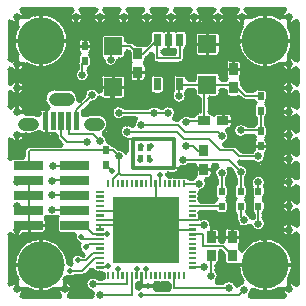
<source format=gtl>
*
*
G04 PADS Layout (Build Number 2008.43.1) generated Gerber (RS-274-X) file*
G04 PC Version=2.1*
*
%IN "digital MEMs USB v103.p"*%
*
%MOIN*%
*
%FSLAX35Y35*%
*
*
*
*
G04 PC Standard Apertures*
*
*
G04 Thermal Relief Aperture macro.*
%AMTER*
1,1,$1,0,0*
1,0,$1-$2,0,0*
21,0,$3,$4,0,0,45*
21,0,$3,$4,0,0,135*
%
*
*
G04 Annular Aperture macro.*
%AMANN*
1,1,$1,0,0*
1,0,$2,0,0*
%
*
*
G04 Odd Aperture macro.*
%AMODD*
1,1,$1,0,0*
1,0,$1-0.005,0,0*
%
*
*
G04 PC Custom Aperture Macros*
*
*
*
*
*
*
G04 PC Aperture Table*
*
%ADD010C,0.001*%
%ADD014R,0.06X0.06*%
%ADD018R,0.03X0.03*%
%ADD022C,0.01*%
%ADD024C,0.008*%
%ADD035R,0.01575X0.01575*%
%ADD036R,0.02X0.02*%
%ADD049C,0.01181*%
%ADD052C,0.0252*%
%ADD055C,0.00984*%
%ADD056R,0.00394X0.00394*%
%ADD057R,0.02362X0.02362*%
%ADD058C,0.15748*%
%ADD060C,0.01969*%
%ADD074R,0.01772X0.01772*%
%ADD075C,0.04331*%
%ADD076R,0.00787X0.00787*%
%ADD077R,0.22441X0.22441*%
%ADD078R,0.02992X0.02992*%
*
*
*
*
G04 PC Circuitry*
G04 Layer Name digital MEMs USB v103.p - circuitry*
%LPD*%
*
*
G04 PC Custom Flashes*
G04 Layer Name digital MEMs USB v103.p - flashes*
%LPD*%
*
*
G04 PC Circuitry*
G04 Layer Name digital MEMs USB v103.p - circuitry*
%LPD*%
*
G54D10*
G54D14*
G01X135827Y184703D03*
Y171203D03*
X167323Y171990D03*
Y185490D03*
G54D18*
X166142Y150350D02*
Y149550D01*
Y144150D02*
Y143350D01*
X165791Y159843D02*
X166591D01*
X171991D02*
X172791D01*
X144094Y182634D02*
Y181834D01*
Y176434D02*
Y175634D01*
X175984Y170516D02*
Y171316D01*
Y176716D02*
Y177516D01*
X168504Y114610D02*
Y115410D01*
Y120810D02*
Y121610D01*
X175591Y114610D02*
Y115410D01*
Y120810D02*
Y121610D01*
G54D22*
X197400Y172403D02*
Y177203D01*
G75*
G03X196478Y177472I-500J0D01*
G01X192132Y178607D02*
G03X196478Y177472I2356J133D01*
G01X192132Y178607D02*
G03X191368Y179003I-499J-28D01*
G01X179003Y191368D02*
G03X191368Y179003I7611J-4754D01*
G01X179003Y191368D02*
G03X178607Y192132I-424J265D01*
G01X177472Y196478D02*
G03X178607Y192132I1268J-1990D01*
G01X177472Y196478D02*
G03X177203Y197400I-269J422D01*
G01X172403*
G03X172134Y196478I0J-500*
G01X169598D02*
G03X172134I1268J-1990D01*
G01X169598D02*
G03X169329Y197400I-269J422D01*
G01X164529*
G03X164260Y196478I0J-500*
G01X161724D02*
G03X164260I1268J-1990D01*
G01X161724D02*
G03X161455Y197400I-269J422D01*
G01X156655*
G03X156386Y196478I0J-500*
G01X153850D02*
G03X156386I1268J-1990D01*
G01X153850D02*
G03X153581Y197400I-269J422D01*
G01X148781*
G03X148512Y196478I0J-500*
G01X145976D02*
G03X148512I1268J-1990D01*
G01X145976D02*
G03X145707Y197400I-269J422D01*
G01X140907*
G03X140638Y196478I-0J-500*
G01X138102D02*
G03X140638I1268J-1990D01*
G01X138102D02*
G03X137833Y197400I-269J422D01*
G01X133033*
G03X132764Y196478I-0J-500*
G01X130228D02*
G03X132764I1268J-1990D01*
G01X130228D02*
G03X129959Y197400I-269J422D01*
G01X125159*
G03X124890Y196478I-0J-500*
G01X122354D02*
G03X124890I1268J-1990D01*
G01X122354D02*
G03X122085Y197400I-269J422D01*
G01X105474*
G03X105205Y196478I-0J-500*
G01X106293Y194621D02*
G03X105205Y196478I-2356J-133D01*
G01X106293Y194621D02*
G03X107057Y194226I499J29D01*
G01Y179003D02*
G03Y194226I4754J7611D01*
G01Y179003D02*
G03X106293Y178607I-265J-424D01*
G01X102009Y177380D02*
G03X106293Y178607I1928J1360D01*
G01X102009Y177380D02*
G03X101100Y177092I-409J-288D01*
G01Y172515*
G03X102009Y172226I500J-0*
G01Y169506D02*
G03Y172226I1928J1360D01*
G01Y169506D02*
G03X101100Y169218I-409J-288D01*
G01Y164641*
G03X102009Y164352I500J-0*
G01X106277Y162688D02*
G03X102009Y164352I-2340J304D01*
G01X106277Y162688D02*
G03X106773Y162124I496J-64D01*
G01X108858*
X110629Y161602D02*
G03X108858Y162124I-1771J-2744D01*
G01X110629Y161602D02*
G03X111400Y162022I271J420D01*
G01Y162795*
X112500Y163895D02*
G03X111400Y162795I0J-1100D01*
G01X112500Y163895D02*
X113971D01*
G03X114285Y164784I-0J500*
G01X116339Y170588D02*
G03X114285Y164784I-0J-3265D01*
G01X116339Y170588D02*
X120669D01*
X123924Y167055D02*
G03X120669Y170588I-3255J268D01*
G01X123924Y167055D02*
G03X124776Y166661I498J-41D01*
G01X126234Y168119*
G03X126380Y168478I-354J354*
G01X130792Y169670D02*
G03X126380Y168478I-2052J-1166D01*
G01X130792Y169670D02*
G03X131727Y169917I435J247D01*
G01Y174203*
X132827Y175303D02*
G03X131727Y174203I-0J-1100D01*
G01X132827Y175303D02*
X138827D01*
X139927Y174203D02*
G03X138827Y175303I-1100J-0D01*
G01X139927Y174203D02*
Y168203D01*
X138827Y167103D02*
G03X139927Y168203I-0J1100D01*
G01X138827Y167103D02*
X132827D01*
X131850Y167697D02*
G03X132827Y167103I977J506D01*
G01X131850Y167697D02*
G03X130940Y167649I-444J-229D01*
G01X128714Y166144D02*
G03X130940Y167649I26J2360D01*
G01X128714Y166144D02*
G03X128355Y165998I-5J-500D01*
G01X125738Y163380*
G03X125596Y162954I353J-354*
G01X125608Y162795D02*
G03X125596Y162954I-1100J0D01*
G01X125608Y162795D02*
Y162022D01*
G03X126379Y161602I500J0*
G01X128150Y162124D02*
G03X126379Y161602I-0J-3266D01*
G01X128150Y162124D02*
X130906D01*
X132618Y156078D02*
G03X130906Y162124I-1712J2780D01*
G01X132618Y156078D02*
G03X132638Y155215I262J-426D01*
G01X133852Y153016D02*
G03X132638Y155215I-2356J134D01*
G01X133852Y153016D02*
G03X134351Y152488I499J-28D01*
G01X134465*
X135482Y151806D02*
G03X134465Y152488I-1017J-418D01*
G01X135482Y151806D02*
G03X135915Y151497I462J191D01*
G01X136887Y151061D02*
G03X135915Y151497I-1060J-1061D01*
G01X136887Y151061D02*
X137410Y150538D01*
G03X137769Y150391I354J353*
G01X139708Y149413D02*
G03X137770Y150391I-1913J-1382D01*
G01X139708Y149413D02*
G03X140614Y149706I406J293D01*
G01Y153473*
G03X140190Y153967I-500J0*
G01X142096Y158084D02*
G03X140190Y153967I-1545J-1785D01*
G01X142096Y158084D02*
G03X142921Y158497I327J378D01*
G01X143539Y160260D02*
G03X142921Y158497I1737J-1599D01*
G01X143539Y160260D02*
G03X143172Y161098I-367J338D01*
G01X139839*
G03X139482Y160948I0J-500*
G01Y164249D02*
G03Y160948I-1687J-1651D01*
G01Y164249D02*
G03X139839Y164098I357J349D01*
G01X147562*
G03X147919Y164249I0J500*
G01X151293D02*
G03X147920I-1687J-1651D01*
G01X151293D02*
G03X151650Y164098I357J349D01*
G01X152287*
G03X152644Y164249I-0J500*
G01X156067Y161000D02*
G03X152644Y164249I-1736J1598D01*
G01X156067Y161000D02*
G03X156435Y160161I368J-339D01*
G01X157480*
X157602Y160156D02*
G03X157480Y160161I-122J-1495D01*
G01X157602Y160156D02*
G03X158096Y160444I41J499D01*
G01X161528Y161424D02*
G03X158096Y160444I-1292J-1975D01*
G01X161528Y161424D02*
G03X161801Y161343I273J419D01*
G01X162771*
G03X163246Y161686I0J500*
G01X164223Y162440D02*
G03X163246Y161686I68J-1097D01*
G01X164223Y162440D02*
G03X164691Y162939I-32J499D01*
G01Y167396*
G03X164232Y167894I-500J-0*
G01X163223Y168990D02*
G03X164232Y167894I1100J0D01*
G01X163223Y168990D02*
Y169990D01*
G03X162723Y170490I-500J0*
G01X160850*
G03X160350Y170018I-0J-500*
G01X160140Y169430D02*
G03X160350Y170018I-888J649D01*
G01X160140Y169430D02*
G03X160077Y168956I404J-295D01*
G01X155823Y169278D02*
G03X160077Y168956I2051J-1168D01*
G01X155823Y169278D02*
G03X155858Y169698I-434J247D01*
G01X155790Y170079D02*
G03X155858Y169698I1100J-0D01*
G01X155790Y170079D02*
Y174213D01*
X156890Y175313D02*
G03X155790Y174213I-0J-1100D01*
G01X156890Y175313D02*
X159252D01*
X160352Y174213D02*
G03X159252Y175313I-1100J-0D01*
G01X160352Y174213D02*
Y173990D01*
G03X160852Y173490I500J0*
G01X162723*
G03X163223Y173990I-0J500*
G01Y174990*
X164323Y176090D02*
G03X163223Y174990I-0J-1100D01*
G01X164323Y176090D02*
X170323D01*
X171423Y174990D02*
G03X170323Y176090I-1100J0D01*
G01X171423Y174990D02*
Y173990D01*
G03X171923Y173490I500J0*
G01X173398*
G03X173737Y173623I-0J500*
G01X173757Y173641D02*
G03X173737Y173623I727J-825D01*
G01X173757Y173641D02*
G03Y174391I-331J375D01*
G01X173384Y175216D02*
G03X173757Y174391I1100J-0D01*
G01X173384Y175216D02*
Y179016D01*
X174484Y180116D02*
G03X173384Y179016I0J-1100D01*
G01X174484Y180116D02*
X177484D01*
X178584Y179016D02*
G03X177484Y180116I-1100J-0D01*
G01X178584Y179016D02*
Y175216D01*
X178212Y174391D02*
G03X178584Y175216I-728J825D01*
G01X178212Y174391D02*
G03Y173641I331J-375D01*
G01X178584Y172816D02*
G03X178212Y173641I-1100J-0D01*
G01X178584Y172816D02*
Y171913D01*
G03X178731Y171560I500J0*
G01X180396Y169894*
Y169895D02*
G03X180750Y169748I354J353D01*
G01X182626*
G03X183068Y170014I0J500*
G01X184039Y170598D02*
G03X183068Y170014I0J-1100D01*
G01X184039Y170598D02*
X186039D01*
X187139Y169498D02*
G03X186039Y170598I-1100J0D01*
G01X187139Y169498D02*
Y166998D01*
X186726Y166139D02*
G03X187139Y166998I-687J859D01*
G01X186726Y166139D02*
G03Y165357I312J-391D01*
G01X187139Y164498D02*
G03X186726Y165357I-1100J0D01*
G01X187139Y164498D02*
Y161998D01*
X186727Y161139D02*
G03X187139Y161998I-688J859D01*
G01X186727Y161139D02*
G03X186539Y160749I312J-390D01*
G01Y158936*
G03X186727Y158546I500J0*
G01X187139Y157687D02*
G03X186727Y158546I-1100J0D01*
G01X187139Y157687D02*
Y155187D01*
X186726Y154328D02*
G03X187139Y155187I-687J859D01*
G01X186726Y154328D02*
G03Y153546I312J-391D01*
G01X187139Y152687D02*
G03X186726Y153546I-1100J0D01*
G01X187139Y152687D02*
Y150187D01*
X186686Y149297D02*
G03X187139Y150187I-647J890D01*
G01X186686Y149297D02*
G03X186502Y148742I293J-405D01*
G01X182565Y146381D02*
G03X186502Y148742I1687J1650D01*
G01X182565Y146381D02*
G03X182208Y146531I-357J-350D01*
G01X178057*
G03X177703Y145678I-0J-500*
G01X177962Y145420*
G03X178321Y145273I353J353*
G01X179997Y141227D02*
G03X178321Y145273I-1651J1686D01*
G01X179997Y141227D02*
G03X179846Y140869I349J-358D01*
G01Y138857*
G03X180034Y138467I500J0*
G01X180446Y137608D02*
G03X180034Y138467I-1100J0D01*
G01X180446Y137608D02*
Y135108D01*
X180033Y134249D02*
G03X180446Y135108I-687J859D01*
G01X180033Y134249D02*
G03Y133468I312J-391D01*
G01X180446Y132608D02*
G03X180033Y133468I-1100J0D01*
G01X180446Y132608D02*
Y130108D01*
X180316Y129589D02*
G03X180446Y130108I-970J519D01*
G01X180316Y129589D02*
G03X180542Y128902I441J-235D01*
G01X181776Y127489D02*
G03X180542Y128902I-2248J-717D01*
G01X181776Y127489D02*
G03X182752Y127641I476J152D01*
G01Y128859*
G03X182564Y129250I-500J0*
G01X182152Y130108D02*
G03X182564Y129250I1100J0D01*
G01X182152Y130108D02*
Y132608D01*
X182565Y133468D02*
G03X182152Y132608I687J-860D01*
G01X182565Y133468D02*
G03Y134249I-312J390D01*
G01X182152Y135108D02*
G03X182565Y134249I1100J0D01*
G01X182152Y135108D02*
Y137608D01*
X182195Y137913D02*
G03X182152Y137608I1057J-305D01*
G01X182195Y137913D02*
G03X182158Y138282I-481J138D01*
G01X186346D02*
G03X182158I-2094J1088D01*
G01X186346D02*
G03X186309Y137913I443J-231D01*
G01X186352Y137608D02*
G03X186309Y137913I-1100J0D01*
G01X186352Y137608D02*
Y135108D01*
X185939Y134249D02*
G03X186352Y135108I-687J859D01*
G01X185939Y134249D02*
G03Y133468I312J-391D01*
G01X186352Y132608D02*
G03X185939Y133468I-1100J0D01*
G01X186352Y132608D02*
Y130108D01*
X185939Y129250D02*
G03X186352Y130108I-687J858D01*
G01X185939Y129250D02*
G03X185752Y128859I313J-391D01*
G01Y127635*
G03X185902Y127277I500J-0*
G01X182003Y124877D02*
G03X185902Y127277I2249J714D01*
G01X182003Y124877D02*
G03X181177Y125084I-477J-151D01*
G01X178473Y124660D02*
G03X181177Y125084I1055J2112D01*
G01X178473Y124660D02*
G03X178151Y124703I-223J-447D01*
X177987Y124984I-490J-98*
G01X177169Y126847D02*
G03X177987Y124984I2359J-75D01*
G01X177169Y126847D02*
G03X177088Y127136I-500J16D01*
G01X176846Y127953D02*
G03X177088Y127136I1500J-0D01*
G01X176846Y127953D02*
Y128859D01*
G03X176659Y129250I-500J0*
G01X176246Y130108D02*
G03X176659Y129250I1100J0D01*
G01X176246Y130108D02*
Y132608D01*
X176660Y133468D02*
G03X176246Y132608I686J-860D01*
G01X176660Y133468D02*
G03Y134249I-312J390D01*
G01X176246Y135108D02*
G03X176660Y134249I1100J0D01*
G01X176246Y135108D02*
Y137608D01*
X176659Y138467D02*
G03X176246Y137608I687J-859D01*
G01X176659Y138467D02*
G03X176846Y138857I-313J390D01*
G01Y140869*
G03X176696Y141227I-500J0*
G01X175987Y142939D02*
G03X176696Y141227I2359J-26D01*
G01X175987Y142939D02*
G03X175840Y143298I-500J6D01*
G01X174930Y144209*
G03X174134Y143622I-354J-354*
G01X173698Y140833D02*
G03X174134Y143622I-1651J1687D01*
G01X173698Y140833D02*
G03X173547Y140475I349J-358D01*
G01Y138857*
G03X173735Y138467I500J0*
G01X174147Y137608D02*
G03X173735Y138467I-1100J0D01*
G01X174147Y137608D02*
Y135108D01*
X173734Y134249D02*
G03X174147Y135108I-687J859D01*
G01X173734Y134249D02*
G03Y133468I312J-391D01*
G01X174147Y132608D02*
G03X173734Y133468I-1100J0D01*
G01X174147Y132608D02*
Y130108D01*
X173047Y129008D02*
G03X174147Y130108I0J1100D01*
G01X173047Y129008D02*
X171047D01*
X170076Y129593D02*
G03X171047Y129008I971J515D01*
G01X170076Y129593D02*
G03X169634Y129858I-442J-235D01*
G01X164977*
G03X164480Y129411I-0J-500*
G01X164452Y129257D02*
G03X164480Y129411I-1066J271D01*
G01X164452Y129257D02*
G03Y129011I485J-123D01*
G01X164486Y128740D02*
G03X164452Y129011I-1100J0D01*
G01X164486Y128740D02*
Y127953D01*
X164481Y127855D02*
G03X164486Y127953I-1095J98D01*
G01X164481Y127855D02*
G03X165183Y127353I498J-45D01*
G01X168467Y124795D02*
G03X165183Y127353I-2325J402D01*
G01X168467Y124795D02*
G03X168960Y124210I493J-85D01*
G01X170004*
X171104Y123110D02*
G03X170004Y124210I-1100J0D01*
G01X171104Y123110D02*
Y120160D01*
G03X171604Y119660I500J-0*
G01X172441*
X172478Y119659D02*
G03X172441Y119660I-37J-1499D01*
G01X172478Y119659D02*
G03X172991Y120159I13J500D01*
G01Y123110*
X174091Y124210D02*
G03X172991Y123110I-0J-1100D01*
G01X174091Y124210D02*
X177091D01*
X177482Y124138D02*
G03X177091Y124210I-391J-1028D01*
G01X177482Y124138D02*
G03X177759Y124115I179J467D01*
X177887Y123869I491J98*
G01X178191Y123110D02*
G03X177887Y123868I-1100J0D01*
G01X178191Y123110D02*
Y119310D01*
X177818Y118485D02*
G03X178191Y119310I-727J825D01*
G01X177818Y118485D02*
G03Y117735I331J-375D01*
G01X178189Y116972D02*
G03X177818Y117735I-1098J-62D01*
G01X178189Y116972D02*
G03X179106Y116727I499J29D01*
G01X194226Y107057D02*
G03X179106Y116727I-7612J4754D01*
G01X194226Y107057D02*
G03X194621Y106293I424J-265D01*
G01X196478Y105205D02*
G03X194621Y106293I-1990J-1268D01*
G01X196478Y105205D02*
G03X197400Y105474I422J269D01*
G01Y122085*
G03X196478Y122354I-500J0*
G01Y124890D02*
G03Y122354I-1990J-1268D01*
G01Y124890D02*
G03X197400Y125159I422J269D01*
G01Y129959*
G03X196478Y130228I-500J0*
G01Y132764D02*
G03Y130228I-1990J-1268D01*
G01Y132764D02*
G03X197400Y133033I422J269D01*
G01Y137833*
G03X196478Y138102I-500J0*
G01Y140638D02*
G03Y138102I-1990J-1268D01*
G01Y140638D02*
G03X197400Y140907I422J269D01*
G01Y145707*
G03X196478Y145976I-500J0*
G01Y148512D02*
G03Y145976I-1990J-1268D01*
G01Y148512D02*
G03X197400Y148781I422J269D01*
G01Y153581*
G03X196478Y153850I-500J0*
G01Y156386D02*
G03Y153850I-1990J-1268D01*
G01Y156386D02*
G03X197400Y156655I422J269D01*
G01Y161455*
G03X196478Y161724I-500J0*
G01Y164260D02*
G03Y161724I-1990J-1268D01*
G01Y164260D02*
G03X197400Y164529I422J269D01*
G01Y169329*
G03X196478Y169598I-500J0*
G01Y172134D02*
G03Y169598I-1990J-1268D01*
G01Y172134D02*
G03X197400Y172403I422J269D01*
G01X156571Y182709D02*
Y183343D01*
G03X155896Y183812I-500J0*
G01X155512Y183742D02*
G03X155896Y183812I-0J1101D01*
G01X155512Y183742D02*
X153150D01*
X152765Y183812D02*
G03X153150Y183742I385J1031D01*
G01X152765Y183812D02*
G03X152091Y183343I-174J-469D01*
G01Y182709*
G03X152591Y182209I500J-0*
G01X156071*
G03X156571Y182709I-0J500*
G01X197400Y180277D02*
Y192951D01*
G03X196478Y193220I-500J0*
G01X194621Y192132D02*
G03X196478Y193220I-133J2356D01*
G01X194621Y192132D02*
G03X194226Y191368I29J-499D01*
G01Y181860D02*
G03Y191368I-7612J4754D01*
G01Y181860D02*
G03X194621Y181096I424J-265D01*
G01X196478Y180008D02*
G03X194621Y181096I-1990J-1268D01*
G01X196478Y180008D02*
G03X197400Y180277I422J269D01*
G01X193220Y196478D02*
G03X192951Y197400I-269J422D01*
G01X180277*
G03X180008Y196478I0J-500*
G01X181096Y194621D02*
G03X180008Y196478I-2356J-133D01*
G01X181096Y194621D02*
G03X181860Y194226I499J29D01*
G01X191368D02*
G03X181860I-4754J-7612D01*
G01X191368D02*
G03X192132Y194621I265J424D01*
G01X193220Y196478D02*
G03X192132Y194621I1268J-1990D01*
G01X104200Y191368D02*
G03X103804Y192132I-425J265D01*
G01X102009Y193128D02*
G03X103804Y192132I1928J1360D01*
G01X102009Y193128D02*
G03X101100Y192840I-409J-288D01*
G01Y180389*
G03X102009Y180100I500J-0*
G01X103804Y181096D02*
G03X102009Y180100I133J-2356D01*
G01X103804Y181096D02*
G03X104200Y181860I-29J499D01*
G01Y191368D02*
G03Y181860I7611J-4754D01*
G01X118262Y151638D02*
G03X118616Y152491I0J500D01*
G01X117443Y153664*
X117004Y154724D02*
G03X117443Y153664I1500J0D01*
G01X117004Y154724D02*
Y155290D01*
G03X116504Y155790I-500J-0*
G01X115059*
X114788Y155824D02*
G03X115059Y155790I271J1066D01*
G01X114788Y155824D02*
G03X114542I-123J-485D01*
G01X114272Y155790D02*
G03X114542Y155824I-0J1100D01*
G01X114272Y155790D02*
X112500D01*
X111621Y156228D02*
G03X112500Y155790I879J662D01*
G01X111621Y156228D02*
G03X110908Y156316I-399J-301D01*
G01X108858Y155593D02*
G03X110908Y156316I0J3265D01*
G01X108858Y155593D02*
X106797D01*
G03X106297Y155097I-0J-500*
G01X102009Y153758D02*
G03X106297Y155097I1928J1360D01*
G01X102009Y153758D02*
G03X101100Y153470I-409J-288D01*
G01Y147390*
G03X102023Y147123I500J-0*
G01X102953Y147635D02*
G03X102023Y147123I-0J-1100D01*
G01X102953Y147635D02*
X105677D01*
G03X106177Y148135I0J500*
G01Y149606*
X106616Y150667D02*
G03X106177Y149606I1061J-1061D01*
G01X106616Y150667D02*
X107148Y151198D01*
X108209Y151638D02*
G03X107148Y151198I-0J-1500D01*
G01X108209Y151638D02*
X118262D01*
X118037Y101100D02*
G03X118325Y102009I-0J500D01*
G01X117329Y103804D02*
G03X118325Y102009I2356J133D01*
G01X117329Y103804D02*
G03X116565Y104200I-499J-29D01*
G01X107057D02*
G03X116565I4754J7611D01*
G01X107057D02*
G03X106293Y103804I-265J-425D01*
G01X105297Y102009D02*
G03X106293Y103804I-1360J1928D01*
G01X105297Y102009D02*
G03X105585Y101100I288J-409D01*
G01X118037*
X125655Y114886D02*
G03X125871Y115837I0J500D01*
G01X125866Y115840D02*
G03X125871Y115837I906J1877D01*
G01X125866Y115840D02*
G03X125608Y115888I-218J-451D01*
X125455Y116101I-469J-175*
G01X124877Y118586D02*
G03X125455Y116101I1895J-869D01*
G01X124877Y118586D02*
G03X124573Y119271I-454J208D01*
G01X123187Y121811D02*
G03X124573Y119271I2010J-551D01*
G01X123187Y121811D02*
G03X122705Y122443I-482J132D01*
G01X118307*
X117207Y123543D02*
G03X118307Y122443I1100J0D01*
G01X117207Y123543D02*
Y126535D01*
X117451Y127226D02*
G03X117207Y126535I856J-691D01*
G01X117451Y127226D02*
G03Y127853I-390J313D01*
G01X117360Y127985D02*
G03X117451Y127853I947J558D01*
G01X117360Y127985D02*
G03X116654Y128148I-431J-254D01*
G01X114055D02*
G03X116654I1299J1970D01*
G01X114055D02*
G03X113349Y127985I-275J-417D01*
G01X113258Y127853D02*
G03X113349Y127985I-856J690D01*
G01X113258Y127853D02*
G03Y127226I389J-314D01*
G01X113502Y126535D02*
G03X113258Y127226I-1100J0D01*
G01X113502Y126535D02*
Y123543D01*
X112402Y122443D02*
G03X113502Y123543I-0J1100D01*
G01X112402Y122443D02*
X106252D01*
G03X105848Y122237I0J-500*
G01X102009Y122262D02*
G03X105848Y122237I1928J1360D01*
G01X102009Y122262D02*
G03X101100Y121974I-409J-288D01*
G01Y105585*
G03X102009Y105297I500J0*
G01X103804Y106293D02*
G03X102009Y105297I133J-2356D01*
G01X103804Y106293D02*
G03X104200Y107057I-29J499D01*
G01X120768Y112367D02*
G03X104200Y107057I-8957J-556D01*
G01X120768Y112367D02*
G03X121342Y111903I499J31D01*
G01X121623Y111927D02*
G03X121342Y111903I31J-2084D01*
G01X121623Y111927D02*
G03X122080Y112612I-7J500D01*
G01X124922Y115263D02*
G03X122080Y112612I-906J-1877D01*
G01X124922Y115263D02*
G03X125180Y115215I217J450D01*
X125332Y115002I468J174*
G01X125336Y114999D02*
G03X125332Y115002I-1320J-1613D01*
G01X125336Y114999D02*
G03X125652Y114886I316J387D01*
G01X125655*
X132758Y107512D02*
Y109024D01*
G03X132258Y109524I-500J-0*
G01X131496*
X131377Y109528D02*
G03X131496Y109524I119J1496D01*
G01X131377Y109528D02*
G03X131337Y109530I-40J-498D01*
G01X130315*
X129256Y110333D02*
G03X130315Y109530I1059J297D01*
G01X129256Y110333D02*
G03X128421Y110551I-482J-135D01*
G01X126651Y108782*
X125591Y108343D02*
G03X126651Y108782I-0J1500D01*
G01X125591Y108342D02*
X123290D01*
X123290D02*
G03X122973Y108229I0J-500D01*
G01X120573Y108060D02*
G03X122973Y108229I1081J1783D01*
G01X120573Y108060D02*
G03X119865Y107853I-259J-427D01*
G01X119422Y107057D02*
G03X119865Y107853I-7611J4754D01*
G01X119422Y107057D02*
G03X119818Y106293I425J-265D01*
G01X121045Y102009D02*
G03X119818Y106293I-1360J1928D01*
G01X121045Y102009D02*
G03X121333Y101100I288J-409D01*
G01X128660*
G03X129156Y101664I0J500*
G01X129211Y102557D02*
G03X129156Y101664I2285J-588D01*
G01X129211Y102557D02*
G03X128798Y103176I-485J124D01*
G01X130821Y107162D02*
G03X128798Y103176I-1687J-1650D01*
G01X130821Y107162D02*
G03X131178Y107012I357J350D01*
G01X132258*
G03X132758Y107512I0J500*
G01X145449Y105339D02*
G03X144972Y105987I-477J148D01*
G01X144882*
X144611Y106020D02*
G03X144882Y105987I271J1067D01*
G01X144611Y106020D02*
G03X144365I-123J-484D01*
G01X144116Y105987D02*
G03X144365Y106020I-22J1100D01*
G01X144116Y105987D02*
G03X143626Y105487I10J-500D01*
G01Y104283*
G03X144348Y103835I500J0*
G01X144944Y104026D02*
G03X144348Y103835I332J-2057D01*
G01X144944Y104026D02*
G03X145363Y104559I-79J494D01*
G01X145449Y105339D02*
G03X145363Y104559I1992J-615D01*
G01X154332Y103469D02*
G03X154824Y104059I0J500D01*
G01X154799Y104331D02*
G03X154824Y104059I1500J-0D01*
G01X154799Y104331D02*
Y105487D01*
G03X154309Y105987I-500J-0*
G01X154060Y106020D02*
G03X154309Y105987I271J1067D01*
G01X154060Y106020D02*
G03X153814I-123J-484D01*
G01X153543Y105987D02*
G03X153814Y106020I0J1100D01*
G01X153543Y105987D02*
X152756D01*
X152485Y106020D02*
G03X152756Y105987I271J1067D01*
G01X152485Y106020D02*
G03X152239I-123J-484D01*
G01X151969Y105987D02*
G03X152239Y106020I-0J1100D01*
G01X151969Y105987D02*
X151181D01*
X150910Y106020D02*
G03X151181Y105987I271J1067D01*
G01X150910Y106020D02*
G03X150664I-123J-484D01*
G01X150394Y105987D02*
G03X150664Y106020I-0J1100D01*
G01X150394Y105987D02*
X149910D01*
G03X149433Y105339I0J-500*
G01X149434Y104115D02*
G03X149433Y105339I-1993J609D01*
G01X149434Y104115D02*
G03X149912Y103469I478J-146D01*
G01X154332*
X163355Y141001D02*
G03X163580Y141561I-257J429D01*
G01X163542Y141850D02*
G03X163580Y141561I1100J0D01*
G01X163542Y141850D02*
Y144850D01*
G03X163042Y145350I-500J0*
G01X161099*
G03X160742Y145200I0J-500*
G01X158423Y144577D02*
G03X160742Y145200I632J2273D01*
G01X158423Y144577D02*
G03X157789Y144095I-134J-482D01*
G01Y143702*
X156689Y142602D02*
G03X157789Y143702I-0J1100D01*
G01X156689Y142602D02*
X154133D01*
G03X153638Y142030I-0J-500*
G01X153659Y141745D02*
G03X153638Y142030I-2084J-13D01*
G01X153659Y141745D02*
G03X154213Y141251I500J3D01*
G01X154331Y141258D02*
G03X154213Y141251I-0J-1101D01*
G01X154331Y141258D02*
X155118D01*
X155389Y141224D02*
G03X155118Y141258I-271J-1067D01*
G01X155389Y141224D02*
G03X155635I123J484D01*
G01X155906Y141257D02*
G03X155635Y141224I-0J-1100D01*
G01X155906Y141258D02*
X156693D01*
X156964Y141224D02*
G03X156693Y141258I-271J-1067D01*
G01X156964Y141224D02*
G03X157210I123J484D01*
G01X157480Y141257D02*
G03X157210Y141224I0J-1100D01*
G01X157480Y141258D02*
X158268D01*
X158538Y141224D02*
G03X158268Y141258I-270J-1067D01*
G01X158538Y141224D02*
G03X158784I123J484D01*
G01X159055Y141257D02*
G03X158784Y141224I0J-1100D01*
G01X159055Y141258D02*
X159843D01*
X160788Y140720D02*
G03X159843Y141258I-945J-563D01*
G01X160788Y140720D02*
G03X161217Y140476I429J256D01*
G01X162523*
G03X162880Y140627I-0J500*
G01X163355Y141001D02*
G03X162880Y140627I1212J-2025D01*
G01X170361Y133468D02*
G03Y134249I-313J390D01*
G01X169947Y135108D02*
G03X170361Y134249I1100J0D01*
G01X169947Y135108D02*
Y137608D01*
X170360Y138467D02*
G03X169947Y137608I687J-859D01*
G01X170360Y138467D02*
G03X170547Y138857I-313J390D01*
G01Y140475*
G03X170397Y140833I-500J0*
G01X169732Y142062D02*
G03X170397Y140833I2315J458D01*
G01X169732Y142062D02*
G03X168742Y141965I-490J-97D01*
G01Y141850*
X167642Y140750D02*
G03X168742Y141850I-0J1100D01*
G01X167642Y140750D02*
X167127D01*
G03X166680Y140028I0J-500*
G01X164913Y136642D02*
G03X166680Y140028I-346J2334D01*
G01X164913Y136642D02*
G03X164486Y136147I73J-495D01*
G01Y135827*
X164452Y135556D02*
G03X164486Y135827I-1066J271D01*
G01X164452Y135556D02*
G03Y135310I485J-123D01*
G01X164486Y135039D02*
G03X164452Y135310I-1100J0D01*
G01X164486Y135039D02*
Y134252D01*
X164452Y133981D02*
G03X164486Y134252I-1066J271D01*
G01X164452Y133981D02*
G03Y133735I485J-123D01*
G01X164486Y133465D02*
G03X164452Y133735I-1100J-0D01*
G01X164486Y133465D02*
Y133358D01*
G03X164986Y132858I500J0*
G01X169634*
G03X170076Y133124I-0J500*
G01X170361Y133468D02*
G03X170076Y133124I686J-860D01*
G01X170680Y144443D02*
G03X170390Y145350I-290J407D01*
G01X169242*
G03X168742Y144850I-0J-500*
G01Y143075*
G03X169732Y142978I500J-0*
G01X170680Y144443D02*
G03X169732Y142978I1367J-1923D01*
G01X183353Y165357D02*
G03Y166139I-312J391D01*
G01X183068Y166482D02*
G03X183353Y166139I971J516D01*
G01X183068Y166482D02*
G03X182626Y166748I-442J-234D01*
G01X179921*
X178861Y167187D02*
G03X179921Y166748I1060J1061D01*
G01X178861Y167187D02*
X178230Y167818D01*
G03X177754Y167949I-354J-353*
G01X177484Y167916D02*
G03X177754Y167949I0J1100D01*
G01X177484Y167916D02*
X174484D01*
X173384Y169016D02*
G03X174484Y167916I1100J-0D01*
G01X173384Y169016D02*
Y169990D01*
G03X172884Y170490I-500J0*
G01X171923*
G03X171423Y169990I-0J-500*
G01Y168990*
X170323Y167890D02*
G03X171423Y168990I-0J1100D01*
G01X170323Y167890D02*
X168191D01*
G03X167691Y167390I0J-500*
G01Y162939*
G03X168160Y162440I500J0*
G01X168916Y162070D02*
G03X168160Y162440I-825J-727D01*
G01X168916Y162070D02*
G03X169666I375J331D01*
G01X170491Y162443D02*
G03X169666Y162070I0J-1100D01*
G01X170491Y162443D02*
X174291D01*
X175391Y161343D02*
G03X174291Y162443I-1100J-0D01*
G01X175391Y161343D02*
Y158343D01*
X175382Y158201D02*
G03X175391Y158343I-1091J142D01*
G01X175382Y158201D02*
G03X175457Y157869I496J-64D01*
X175171Y157682I114J-487*
G01X174291Y157242D02*
G03X175171Y157682I0J1101D01*
G01X174291Y157242D02*
X174074D01*
X174074D02*
G03X173719Y156390I-0J-500D01*
G01X172765Y152476D02*
G03X173719Y156390I-718J2248D01*
G01X172765Y152476D02*
G03X172917Y151500I152J-476D01*
G01X175984*
X177045Y151061D02*
G03X175984Y151500I-1061J-1061D01*
G01X177045Y151061D02*
X178428Y149678D01*
G03X178781Y149532I353J354*
G01X182208*
G03X182565Y149682I-0J500*
G01X182756Y149857D02*
G03X182565Y149682I1496J-1826D01*
G01X182756Y149857D02*
G03X182939Y150244I-317J387D01*
G01Y152687*
X183353Y153546D02*
G03X182939Y152687I686J-859D01*
G01X183353Y153546D02*
G03Y154328I-312J391D01*
G01X182993Y154847D02*
G03X183353Y154328I1046J340D01*
G01X182993Y154847D02*
G03X182518Y155193I-475J-154D01*
G01X180391*
G03X180033Y155043I-0J-500*
G01X176056Y157261D02*
G03X180033Y155043I2290J-568D01*
G01X176056Y157261D02*
G03X175992Y157651I-485J121D01*
X176310Y157885I-114J486*
G01X180033Y158343D02*
G03X176310Y157885I-1687J-1650D01*
G01X180033Y158343D02*
G03X180391Y158193I358J350D01*
G01X182795*
G03X183184Y158379I0J500*
G01X183352Y158546D02*
G03X183184Y158379I687J-859D01*
G01X183352Y158546D02*
G03X183539Y158936I-313J390D01*
G01Y160749*
G03X183352Y161139I-500J0*
G01X182939Y161998D02*
G03X183352Y161139I1100J0D01*
G01X182939Y161998D02*
Y164498D01*
X183353Y165357D02*
G03X182939Y164498I686J-859D01*
G01X192840Y101100D02*
G03X193128Y102009I-0J500D01*
G01X192132Y103804D02*
G03X193128Y102009I2356J133D01*
G01X192132Y103804D02*
G03X191368Y104200I-499J-29D01*
G01X182603Y103783D02*
G03X191368Y104200I4011J8028D01*
G01X182603Y103783D02*
G03X181881Y103372I-223J-447D01*
G01X181259Y101940D02*
G03X181881Y103372I-1731J1603D01*
G01X181259Y101940D02*
G03X181626Y101100I367J-340D01*
G01X192840*
X178998Y105843D02*
G03X179294Y106620I-112J487D01*
G01X177645Y111527D02*
G03X179294Y106620I8969J284D01*
G01X177645Y111527D02*
G03X177128Y112011I-500J-16D01*
G01X177091Y112010D02*
G03X177128Y112011I-0J1100D01*
G01X177091Y112010D02*
X174091D01*
X172991Y113110D02*
G03X174091Y112010I1100J0D01*
G01X172991Y113110D02*
Y115282D01*
G03X172844Y115635I-500J-0*
G01X171966Y116513*
G03X171613Y116660I-353J-353*
G01X171604*
G03X171104Y116160I-0J-500*
G01Y113110*
X170348Y112065D02*
G03X171104Y113110I-344J1045D01*
G01X170348Y112065D02*
G03X170004Y111590I156J-475D01*
G01Y110312*
G03X170154Y109955I500J-0*
G01X170240Y106669D02*
G03X170154Y109955I-1736J1599D01*
G01X170240Y106669D02*
G03X170608Y105831I368J-338D01*
G01X172365*
G03X172723Y105981I0J500*
G01X176673Y104996D02*
G03X172723Y105981I-2264J-665D01*
G01X176673Y104996D02*
G03X177568Y104859I480J141D01*
G01X178998Y105843D02*
G03X177568Y104859I530J-2300D01*
G01X171423Y188490D02*
Y182490D01*
X170323Y181390D02*
G03X171423Y182490I-0J1100D01*
G01X170323Y181390D02*
X164323D01*
X163223Y182490D02*
G03X164323Y181390I1100J0D01*
G01X163223Y182490D02*
Y188490D01*
X164323Y189590D02*
G03X163223Y188490I-0J-1100D01*
G01X164323Y189590D02*
X170323D01*
X171423Y188490D02*
G03X170323Y189590I-1100J0D01*
G01X152872Y174213D02*
Y170079D01*
X151772Y168979D02*
G03X152872Y170079I-0J1100D01*
G01X151772Y168979D02*
X149409D01*
X148309Y170079D02*
G03X149409Y168979I1100J-0D01*
G01X148309Y170079D02*
Y174213D01*
X149409Y175313D02*
G03X148309Y174213I0J-1100D01*
G01X149409Y175313D02*
X151772D01*
X152872Y174213D02*
G03X151772Y175313I-1100J-0D01*
G01X160352Y188976D02*
Y184843D01*
X159815Y183897D02*
G03X160352Y184843I-563J946D01*
G01X159815Y183897D02*
G03X159571Y183468I256J-429D01*
G01Y180709*
X158071Y179209D02*
G03X159571Y180709I-0J1500D01*
G01X158071Y179209D02*
X150591D01*
X149091Y180709D02*
G03X150591Y179209I1500J-0D01*
G01X149091Y180709D02*
Y182081D01*
G03X148237Y182435I-500J-0*
G01X147025Y181223*
X146887Y181101D02*
G03X147025Y181223I-922J1182D01*
G01X146887Y181101D02*
G03X146695Y180706I308J-395D01*
G01Y180334*
X146322Y179509D02*
G03X146695Y180334I-728J825D01*
G01X146322Y179509D02*
G03Y178759I331J-375D01*
G01X146695Y177934D02*
G03X146322Y178759I-1101J-0D01*
G01X146695Y177934D02*
Y174134D01*
X145594Y173034D02*
G03X146695Y174134I0J1100D01*
G01X145594Y173034D02*
X142594D01*
X141494Y174134D02*
G03X142594Y173034I1100J-0D01*
G01X141494Y174134D02*
Y177934D01*
X141867Y178759D02*
G03X141494Y177934I727J-825D01*
G01X141867Y178759D02*
G03Y179509I-331J375D01*
G01X141494Y180334D02*
G03X141867Y179509I1100J-0D01*
G01X141494Y180334D02*
Y182505D01*
G03X141348Y182859I-500J0*
G01X141151Y183056*
G03X140797Y183203I-354J-353*
G01X140427*
G03X139927Y182703I-0J-500*
G01Y181703*
X138827Y180603D02*
G03X139927Y181703I-0J1100D01*
G01X138827Y180603D02*
X137891D01*
G03X137393Y180140I0J-500*
G01X132680Y180252D02*
G03X137393Y180140I2359J63D01*
G01X132680Y180252D02*
G03X132382Y180696I-499J-13D01*
G01X131727Y181703D02*
G03X132382Y180696I1100J-0D01*
G01X131727Y181703D02*
Y187703D01*
X132827Y188803D02*
G03X131727Y187703I-0J-1100D01*
G01X132827Y188803D02*
X138827D01*
X139927Y187703D02*
G03X138827Y188803I-1100J-0D01*
G01X139927Y187703D02*
Y186703D01*
G03X140427Y186203I500J-0*
G01X141626*
X142686Y185763D02*
G03X141626Y186203I-1060J-1060D01*
G01X142686Y185763D02*
X143069Y185380D01*
G03X143423Y185234I354J354*
G01X145594*
X146135Y185092D02*
G03X145594Y185234I-541J-958D01*
G01X146135Y185092D02*
G03X146734Y185174I245J436D01*
G01X148163Y186603*
G03X148309Y186957I-354J354*
G01Y188976*
X149409Y190076D02*
G03X148309Y188976I0J-1100D01*
G01X149409Y190076D02*
X151772D01*
X152245Y189969D02*
G03X151772Y190076I-473J-993D01*
G01X152245Y189969D02*
G03X152676I216J451D01*
G01X153150Y190076D02*
G03X152676Y189969I-0J-1100D01*
G01X153150Y190076D02*
X155512D01*
X155985Y189969D02*
G03X155512Y190076I-473J-993D01*
G01X155985Y189969D02*
G03X156416I216J451D01*
G01X156890Y190076D02*
G03X156416Y189969I-0J-1100D01*
G01X156890Y190076D02*
X159252D01*
X160352Y188976D02*
G03X159252Y190076I-1100J0D01*
G01X128478Y186033D02*
Y183533D01*
X128065Y182674D02*
G03X128478Y183533I-687J859D01*
G01X128065Y182674D02*
G03Y181893I312J-391D01*
G01X128478Y181033D02*
G03X128065Y181893I-1100J0D01*
G01X128478Y181033D02*
Y178533D01*
X127678Y177475D02*
G03X128478Y178533I-300J1058D01*
G01X127678Y177475D02*
G03X127426Y176680I137J-481D01*
G01X123940Y176884D02*
G03X127426Y176680I1651J-1687D01*
G01X123940Y176884D02*
G03X124091Y177241I-349J357D01*
G01Y178996*
X124231Y179630D02*
G03X124091Y178996I1360J-634D01*
G01X124231Y179630D02*
G03X124278Y179841I-453J211D01*
G01Y181033*
X124691Y181893D02*
G03X124278Y181033I687J-860D01*
G01X124691Y181893D02*
G03Y182674I-312J390D01*
G01X124278Y183533D02*
G03X124691Y182674I1100J0D01*
G01X124278Y183533D02*
Y186033D01*
X125378Y187133D02*
G03X124278Y186033I-0J-1100D01*
G01X125378Y187133D02*
X127378D01*
X128478Y186033D02*
G03X127378Y187133I-1100J0D01*
G01X176815Y104769D02*
X179042Y106995D01*
X176389Y105615D02*
X178582Y107808D01*
X175764Y106263D02*
X178198Y108697D01*
X174873Y106645D02*
X177899Y109671D01*
X173436Y106481D02*
X177703Y110748D01*
X171514Y105831D02*
X177522Y111839D01*
X170327Y105917D02*
X176420Y112010D01*
X170779Y107642D02*
X175148Y112010D01*
X170775Y108910D02*
X173893Y112028D01*
X170341Y109749D02*
X173143Y112551D01*
X171103Y113057D02*
X172991Y114944D01*
X170004Y110685D02*
X172991Y113672D01*
X171104Y114331D02*
X172626Y115853D01*
X171104Y115603D02*
X171990Y116489D01*
X192239Y101100D02*
X193139Y102000D01*
X190966Y101100D02*
X192512Y102647D01*
X189693Y101100D02*
X192158Y103565D01*
X188420Y101100D02*
X191594Y104274D01*
X187148Y101100D02*
X189294Y103246D01*
X185875Y101100D02*
X187675Y102900D01*
X184602Y101100D02*
X186343Y102841D01*
X183329Y101100D02*
X185181Y102952D01*
X182056Y101100D02*
X184141Y103185D01*
X181145Y101462D02*
X183197Y103513D01*
X181906Y103495D02*
X182221Y103810D01*
X181874Y158193D02*
X183539Y159859D01*
X180601Y158193D02*
X183447Y161039D01*
X175383Y158066D02*
X183406Y166089D01*
X178439Y149667D02*
X183222Y154450D01*
X179576Y149532D02*
X182964Y152919D01*
X179736Y158600D02*
X182954Y161819D01*
X177476Y158886D02*
X182939Y164350D01*
X178859Y158996D02*
X182939Y163077D01*
X180849Y149532D02*
X182939Y151622D01*
X182122Y149532D02*
X182939Y150349D01*
X175391Y159347D02*
X182771Y166727D01*
X177802Y150303D02*
X182669Y155170D01*
X175391Y160620D02*
X181519Y166748D01*
X177166Y150940D02*
X181419Y155193D01*
X175294Y161795D02*
X180247Y166748D01*
X176396Y151442D02*
X179748Y154794D01*
X174618Y162393D02*
X179173Y166948D01*
X173395Y162443D02*
X178500Y167548D01*
X175181Y151500D02*
X178035Y154354D01*
X172123Y162443D02*
X177602Y167922D01*
X173908Y151500D02*
X177098Y154690D01*
X172690Y151555D02*
X176439Y155304D01*
X170850Y162443D02*
X176323Y167916D01*
X174224Y155635D02*
X176062Y157473D01*
X174400Y154537D02*
X176043Y156180D01*
X169082Y161947D02*
X175050Y167916D01*
X173713Y156396D02*
X174605Y157288D01*
X168287Y162425D02*
X173928Y168067D01*
X167691Y163102D02*
X173403Y168814D01*
X167691Y164375D02*
X173379Y170063D01*
X171423Y169379D02*
X172534Y170490D01*
X167691Y165648D02*
X169934Y167890D01*
X167691Y166921D02*
X168661Y167890D01*
X170642Y144415D02*
X170817Y144591D01*
X168742Y143788D02*
X170304Y145350D01*
X168919Y142693D02*
X170152Y143925D01*
X164513Y133196D02*
X170547Y139230D01*
X164486Y134441D02*
X170547Y140502D01*
X169267Y132858D02*
X170494Y134085D01*
X166662Y137890D02*
X170044Y141272D01*
X167994Y132858D02*
X169980Y134844D01*
X165449Y132858D02*
X169947Y137357D01*
X166721Y132858D02*
X169947Y136084D01*
X166890Y139391D02*
X169688Y142189D01*
X166664Y140437D02*
X166941Y140714D01*
X164479Y135707D02*
X165654Y136882D01*
X160704Y140842D02*
X163542Y143679D01*
X161612Y140476D02*
X163542Y142406D01*
X159847Y141257D02*
X163533Y144943D01*
X158540Y141223D02*
X162667Y145350D01*
X157284Y141240D02*
X161394Y145350D01*
X156029Y141258D02*
X159272Y144500D01*
X157877Y144379D02*
X158005Y144507D01*
X154756Y141258D02*
X156100Y142602D01*
X153725Y141500D02*
X154827Y142602D01*
X153878Y103469D02*
X154799Y104390D01*
X152605Y103469D02*
X154776Y105639D01*
X151332Y103469D02*
X153898Y106034D01*
X150060Y103469D02*
X152590Y105999D01*
X149435Y104116D02*
X151305Y105987D01*
X149422Y105377D02*
X150032Y105987D01*
X144021Y103794D02*
X145407Y105180D01*
X143626Y104672D02*
X144941Y105987D01*
X131965Y107012D02*
X132758Y107805D01*
X130832Y107151D02*
X132756Y109075D01*
X130081Y107673D02*
X131932Y109524D01*
X129003Y107868D02*
X130665Y109530D01*
X121050Y101188D02*
X129631Y109768D01*
X127326Y101100D02*
X129159Y102932D01*
X128599Y101100D02*
X129157Y101658D01*
X121981Y103391D02*
X129134Y110545D01*
X126054Y101100D02*
X128270Y103316D01*
X124781Y101100D02*
X127495Y103814D01*
X123508Y101100D02*
X126972Y104564D01*
X122235Y101100D02*
X126778Y105642D01*
X121942Y104625D02*
X125661Y108344D01*
X121495Y105451D02*
X124387Y108342D01*
X120792Y106021D02*
X123055Y108284D01*
X119794Y106295D02*
X121289Y107790D01*
X119627Y107401D02*
X120356Y108131D01*
X125906Y114953D02*
X126088Y115135D01*
X124936Y115256D02*
X125596Y115916D01*
X123872Y115465D02*
X125010Y116603D01*
X120370Y114508D02*
X124873Y119011D01*
X120626Y113492D02*
X124693Y117559D01*
X120022Y115433D02*
X124086Y119497D01*
X119594Y116278D02*
X123446Y120130D01*
X119096Y117052D02*
X123121Y121077D01*
X118530Y117760D02*
X123063Y122292D01*
X121606Y111926D02*
X122116Y112436D01*
X117901Y118403D02*
X121941Y122443D01*
X120768Y112361D02*
X121936Y113529D01*
X117207Y118982D02*
X120668Y122443D01*
X116447Y119495D02*
X119395Y122443D01*
X115617Y119938D02*
X118136Y122457D01*
X114710Y120304D02*
X117371Y122965D01*
X113502Y124186D02*
X117336Y128021D01*
X111362Y120774D02*
X117210Y126622D01*
X112610Y120749D02*
X117207Y125346D01*
X113715Y120581D02*
X117207Y124073D01*
X113502Y125459D02*
X115855Y127812D01*
X113487Y126717D02*
X114639Y127869D01*
X113164Y127667D02*
X113725Y128228D01*
X109893Y120578D02*
X111759Y122443D01*
X107959Y119916D02*
X110486Y122443D01*
X101100Y114330D02*
X109213Y122443D01*
X101100Y115603D02*
X107940Y122443D01*
X101100Y116876D02*
X106668Y122443D01*
X101100Y118149D02*
X104232Y121281D01*
X103093Y106141D02*
X104127Y107175D01*
X101100Y113057D02*
X103706Y115663D01*
X101121Y105442D02*
X103684Y108005D01*
X101100Y106693D02*
X103318Y108912D01*
X101100Y119421D02*
X103096Y121417D01*
X101100Y111785D02*
X103044Y113729D01*
X101100Y107966D02*
X103041Y109907D01*
X101100Y109239D02*
X102873Y111012D01*
X101100Y110512D02*
X102848Y112260D01*
X101100Y120694D02*
X102314Y121909D01*
X101100Y121967D02*
X101607Y122474D01*
X117144Y101100D02*
X118171Y102127D01*
X115871Y101100D02*
X117601Y102830D01*
X114598Y101100D02*
X117327Y103828D01*
X113326Y101100D02*
X116221Y103995D01*
X112053Y101100D02*
X114082Y103129D01*
X110780Y101100D02*
X112547Y102867D01*
X109507Y101100D02*
X111261Y102854D01*
X108235Y101100D02*
X110130Y102996D01*
X106962Y101100D02*
X109114Y103252D01*
X105689Y101100D02*
X108189Y103600D01*
X105783Y102467D02*
X107344Y104028D01*
X105137Y101821D02*
X105407Y102091D01*
X118043Y151638D02*
X118727Y152322D01*
X116770Y151638D02*
X118120Y152987D01*
X115497Y151638D02*
X117483Y153624D01*
X114225Y151638D02*
X117030Y154444D01*
X112952Y151638D02*
X116904Y155590D01*
X111679Y151638D02*
X115831Y155790D01*
X110406Y151638D02*
X114604Y155835D01*
X109134Y151638D02*
X113285Y155790D01*
X107806Y151583D02*
X112091Y155868D01*
X102478Y147528D02*
X111358Y156408D01*
X101100Y147423D02*
X109300Y155623D01*
X101100Y148695D02*
X107997Y155593D01*
X106303Y155171D02*
X106718Y155587D01*
X103858Y147635D02*
X106232Y150009D01*
X105131Y147635D02*
X106177Y148681D01*
X101100Y149968D02*
X103890Y152759D01*
X101100Y151241D02*
X102871Y153013D01*
X101100Y152514D02*
X102156Y153570D01*
X101100Y188152D02*
X104026Y191078D01*
X101779Y179922D02*
X104019Y182162D01*
X101100Y189425D02*
X103807Y192132D01*
X101100Y180515D02*
X103593Y183008D01*
X101100Y181788D02*
X103246Y183934D01*
X101100Y186879D02*
X103137Y188917D01*
X101100Y183061D02*
X102992Y184953D01*
X101100Y185606D02*
X102869Y187376D01*
X101100Y184334D02*
X102853Y186086D01*
X101100Y190698D02*
X102815Y192412D01*
X101100Y191970D02*
X102116Y192987D01*
X190420Y194741D02*
X193066Y197387D01*
X191250Y194298D02*
X192284Y195332D01*
X189514Y195107D02*
X191807Y197400D01*
X188518Y195384D02*
X190534Y197400D01*
X187414Y195553D02*
X189261Y197400D01*
X186165Y195577D02*
X187988Y197400D01*
X184696Y195381D02*
X186715Y197400D01*
X182762Y194719D02*
X185443Y197400D01*
X181165Y194395D02*
X184170Y197400D01*
X180911Y195414D02*
X182897Y197400D01*
X180395Y196171D02*
X181624Y197400D01*
X179782Y196830D02*
X180352Y197400D01*
X194825Y190236D02*
X197400Y192811D01*
X195173Y189311D02*
X197400Y191538D01*
X195429Y188295D02*
X197400Y190265D01*
X195571Y187164D02*
X197400Y188993D01*
X195558Y185878D02*
X197400Y187720D01*
X195296Y184343D02*
X197400Y186447D01*
X194430Y182204D02*
X197400Y185174D01*
X194597Y181098D02*
X197400Y183901D01*
X195595Y180824D02*
X197400Y182629D01*
X196298Y180254D02*
X197400Y181356D01*
X197179Y179862D02*
X197315Y179998D01*
X196334Y193018D02*
X196742Y193426D01*
X194397Y191081D02*
X195959Y192642D01*
X156314Y182272D02*
X156508Y182466D01*
X154978Y182209D02*
X156445Y183675D01*
X153705Y182209D02*
X155239Y183742D01*
X152452Y182228D02*
X153966Y183742D01*
X152091Y183140D02*
X152763Y183813D01*
X194358Y173222D02*
X197400Y176265D01*
X195436Y173028D02*
X197400Y174992D01*
X196186Y172505D02*
X197400Y173719D01*
X196858Y171905D02*
X197400Y172446D01*
X194090Y165318D02*
X197400Y168628D01*
X195265Y165220D02*
X197400Y167355D01*
X196065Y164748D02*
X197400Y166082D01*
X196674Y164083D02*
X197400Y164810D01*
X193777Y157368D02*
X197400Y160991D01*
X195083Y157402D02*
X197400Y159718D01*
X195936Y156982D02*
X197400Y158446D01*
X196538Y156311D02*
X197400Y157173D01*
X193365Y149319D02*
X197400Y153355D01*
X194888Y149570D02*
X197400Y152082D01*
X195798Y149207D02*
X197400Y150809D01*
X196438Y148574D02*
X197400Y149536D01*
X194677Y141722D02*
X197400Y144445D01*
X195651Y141423D02*
X197400Y143172D01*
X196337Y140837D02*
X197400Y141899D01*
X194447Y133856D02*
X197400Y136808D01*
X195495Y133630D02*
X197400Y135535D01*
X196228Y133091D02*
X197400Y134263D01*
X194192Y125963D02*
X197400Y129172D01*
X195328Y125827D02*
X197400Y127899D01*
X196110Y125336D02*
X197400Y126626D01*
X196734Y124687D02*
X197400Y125353D01*
X193469Y117603D02*
X197400Y121535D01*
X194019Y116881D02*
X197400Y120262D01*
X194502Y116091D02*
X197400Y118989D01*
X194912Y115228D02*
X197400Y117716D01*
X195241Y114284D02*
X197400Y116444D01*
X195473Y113244D02*
X197400Y115171D01*
X195584Y112082D02*
X197400Y113898D01*
X195525Y110751D02*
X197400Y112625D01*
X195179Y109131D02*
X197400Y111352D01*
X194151Y106831D02*
X197400Y110080D01*
X194860Y106267D02*
X197400Y108807D01*
X195779Y105913D02*
X197400Y107534D01*
X196425Y105286D02*
X197400Y106261D01*
X186136Y134454D02*
X197400Y145718D01*
X196945Y132535D02*
X197398Y132988D01*
X186217Y126898D02*
X197356Y138037D01*
X187139Y167277D02*
X197327Y177464D01*
X187678Y120722D02*
X197261Y130305D01*
X186539Y159040D02*
X197216Y169717D01*
X192854Y118261D02*
X197124Y122532D01*
X187139Y152003D02*
X197064Y161928D01*
X184491Y141718D02*
X196852Y154079D01*
X186352Y135943D02*
X195542Y145133D01*
X185752Y127706D02*
X195152Y137105D01*
X187139Y168550D02*
X195034Y176444D01*
X186467Y120784D02*
X194846Y129164D01*
X186539Y160313D02*
X194747Y168521D01*
X192175Y118855D02*
X194584Y121264D01*
X187029Y153166D02*
X194495Y160632D01*
X179998Y138498D02*
X194268Y152769D01*
X186352Y137215D02*
X194060Y144923D01*
X185772Y128998D02*
X193867Y137093D01*
X187101Y169785D02*
X193800Y176483D01*
X185059Y120649D02*
X193687Y129277D01*
X187139Y162186D02*
X193624Y168670D01*
X191430Y119383D02*
X193518Y121471D01*
X186538Y153948D02*
X193459Y160869D01*
X179846Y139619D02*
X193304Y153077D01*
X186492Y138628D02*
X193158Y145295D01*
X186352Y130851D02*
X193022Y137521D01*
X186528Y170484D02*
X192974Y176930D01*
X183280Y120143D02*
X192894Y129756D01*
X187139Y163459D02*
X192849Y169168D01*
X190617Y119843D02*
X192774Y122000D01*
X187139Y155822D02*
X192733Y161415D01*
X186576Y147622D02*
X192625Y153670D01*
X186540Y139949D02*
X192525Y145934D01*
X186352Y132124D02*
X192435Y138207D01*
X185449Y141404D02*
X192413Y148367D01*
X185369Y170598D02*
X192404Y177633D01*
X186322Y124458D02*
X192354Y130489D01*
X187119Y164711D02*
X192327Y169919D01*
X189729Y120227D02*
X192283Y122782D01*
X187139Y157095D02*
X192260Y162215D01*
X187139Y150731D02*
X192238Y155829D01*
X186487Y148805D02*
X192205Y154523D01*
X186124Y140806D02*
X192162Y146844D01*
X186998Y158226D02*
X192162Y163390D01*
X188755Y120526D02*
X192147Y123919D01*
X186170Y133215D02*
X192136Y139181D01*
X186616Y165481D02*
X192132Y170997D01*
X184097Y170598D02*
X192130Y178632D01*
X186578Y125987D02*
X192129Y131537D01*
X181974Y169748D02*
X191024Y178798D01*
X180703Y169750D02*
X188885Y177932D01*
X179985Y170305D02*
X187351Y177670D01*
X179349Y170942D02*
X186064Y177657D01*
X178434Y116570D02*
X185385Y123520D01*
X178713Y171579D02*
X184933Y177799D01*
X179847Y140893D02*
X184662Y145707D01*
X178584Y172723D02*
X183917Y178055D01*
X178046Y117455D02*
X183856Y123264D01*
X180704Y143022D02*
X183482Y145801D01*
X178221Y173632D02*
X182992Y178403D01*
X177975Y118656D02*
X182945Y123626D01*
X181761Y127533D02*
X182752Y128524D01*
X180430Y144021D02*
X182680Y146271D01*
X181293Y128338D02*
X182386Y129431D01*
X180446Y132583D02*
X182347Y134483D01*
X180446Y131310D02*
X182306Y133169D01*
X178191Y120144D02*
X182304Y124258D01*
X180446Y136401D02*
X182203Y138158D01*
X180446Y135128D02*
X182152Y136834D01*
X180047Y133456D02*
X182152Y135561D01*
X180444Y130035D02*
X182152Y131743D01*
X180571Y128888D02*
X182152Y130470D01*
X178584Y175268D02*
X182147Y178831D01*
X180445Y137672D02*
X181904Y139132D01*
X178191Y121417D02*
X181866Y125093D01*
X179860Y144724D02*
X181667Y146531D01*
X178584Y176541D02*
X181373Y179330D01*
X178584Y177814D02*
X180666Y179895D01*
X179034Y145171D02*
X180395Y146531D01*
X178582Y179084D02*
X180022Y180525D01*
X178191Y122690D02*
X179951Y124450D01*
X178131Y179906D02*
X179443Y181218D01*
X177987Y145396D02*
X179122Y146531D01*
X177068Y180116D02*
X178930Y181978D01*
X171423Y184653D02*
X178833Y192063D01*
X177982Y123754D02*
X178766Y124538D01*
X171423Y183380D02*
X178509Y190466D01*
X175795Y180116D02*
X178487Y182808D01*
X174522Y180116D02*
X178121Y183715D01*
X177163Y124208D02*
X177961Y125006D01*
X171299Y181984D02*
X177847Y188532D01*
X169224Y176090D02*
X177844Y184711D01*
X171423Y185926D02*
X177815Y192317D01*
X167951Y176090D02*
X177676Y185815D01*
X166678Y176090D02*
X177651Y187063D01*
X169996Y189590D02*
X177604Y197198D01*
X175892Y124210D02*
X177411Y125729D01*
X174620Y124210D02*
X177168Y126758D01*
X171423Y187199D02*
X177058Y192833D01*
X171104Y121967D02*
X176864Y127727D01*
X174140Y137732D02*
X176846Y140438D01*
X174147Y136466D02*
X176846Y139165D01*
X171097Y123233D02*
X176834Y128970D01*
X174147Y131375D02*
X176813Y134041D01*
X171423Y188471D02*
X176553Y193602D01*
X173668Y138532D02*
X176536Y141400D01*
X173185Y194052D02*
X176533Y197400D01*
X171020Y189341D02*
X176391Y194712D01*
X170616Y124025D02*
X176316Y129725D01*
X174147Y132647D02*
X176293Y134793D01*
X174147Y135193D02*
X176246Y137292D01*
X173713Y133486D02*
X176246Y136019D01*
X174147Y130102D02*
X176246Y132201D01*
X169528Y124210D02*
X176246Y130928D01*
X173547Y139684D02*
X176089Y142226D01*
X174241Y141651D02*
X175864Y143273D01*
X173102Y195242D02*
X175260Y197400D01*
X174351Y143033D02*
X175228Y143910D01*
X174134Y144090D02*
X174342Y144297D01*
X172636Y196049D02*
X173988Y197400D01*
X172988Y173490D02*
X173821Y174323D01*
X171747Y173522D02*
X173386Y175161D01*
X170485Y176078D02*
X173384Y178978D01*
X171254Y175575D02*
X173384Y177705D01*
X171423Y174471D02*
X173384Y176432D01*
X168519Y124474D02*
X173054Y129008D01*
X171104Y120695D02*
X172991Y122581D01*
X171390Y119708D02*
X172991Y121308D01*
X172636Y119681D02*
X172969Y120014D01*
X171968Y196653D02*
X172715Y197400D01*
X168452Y125679D02*
X171781Y129008D01*
X168723Y189590D02*
X171302Y192169D01*
X165406Y176090D02*
X170829Y181513D01*
X168065Y126565D02*
X170602Y129102D01*
X167451Y189590D02*
X170112Y192252D01*
X167412Y127185D02*
X169962Y129735D01*
X160352Y187583D02*
X169809Y197040D01*
X164113Y176070D02*
X169433Y181390D01*
X166178Y189590D02*
X169306Y192718D01*
X165227Y193731D02*
X168896Y197400D01*
X166486Y127531D02*
X168813Y129858D01*
X164905Y189590D02*
X168753Y193438D01*
X160352Y186310D02*
X168506Y194464D01*
X160455Y173686D02*
X168160Y181390D01*
X165282Y195058D02*
X167624Y197400D01*
X164992Y127310D02*
X167540Y129858D01*
X160224Y174727D02*
X166887Y181390D01*
X164869Y195918D02*
X166351Y197400D01*
X164486Y128077D02*
X166267Y129858D01*
X159507Y175283D02*
X165614Y181390D01*
X164201Y196523D02*
X165078Y197400D01*
X164468Y129332D02*
X164994Y129858D01*
X160024Y161799D02*
X164691Y166466D01*
X161130Y161633D02*
X164691Y165194D01*
X162113Y161343D02*
X164691Y163921D01*
X157114Y160161D02*
X164614Y167662D01*
X158264Y175313D02*
X164342Y181390D01*
X160352Y188856D02*
X163750Y192253D01*
X156037Y160358D02*
X163738Y168059D01*
X156991Y175313D02*
X163472Y181793D01*
X161533Y173490D02*
X163243Y175200D01*
X156666Y162259D02*
X163235Y168828D01*
X160352Y185037D02*
X163223Y187908D01*
X159571Y182983D02*
X163223Y186635D01*
X159571Y181711D02*
X163223Y185362D01*
X159540Y180407D02*
X163223Y184090D01*
X152872Y172466D02*
X163223Y182817D01*
X156546Y163412D02*
X163215Y170081D01*
X162814Y173499D02*
X163214Y173899D01*
X160003Y189780D02*
X162422Y192198D01*
X160221Y168360D02*
X162351Y170490D01*
X155209Y190076D02*
X161948Y196816D01*
X159027Y190076D02*
X161562Y192611D01*
X157153Y193294D02*
X161260Y197400D01*
X160283Y169694D02*
X161078Y170490D01*
X157754Y190076D02*
X160962Y193284D01*
X156348Y189943D02*
X160645Y194240D01*
X157448Y194861D02*
X159987Y197400D01*
X157093Y195779D02*
X158714Y197400D01*
X152872Y173739D02*
X158372Y179239D01*
X156063Y164201D02*
X157625Y165764D01*
X156466Y196425D02*
X157441Y197400D01*
X152685Y174825D02*
X157069Y179209D01*
X155326Y164738D02*
X156669Y166081D01*
X153936Y190076D02*
X156313Y192453D01*
X154273Y164958D02*
X155996Y166681D01*
X151893Y175306D02*
X155796Y179209D01*
X152872Y171193D02*
X155790Y174111D01*
X152858Y169907D02*
X155790Y172838D01*
X149135Y164911D02*
X155790Y171565D01*
X150339Y164842D02*
X155790Y170293D01*
X151152Y164382D02*
X155640Y168870D01*
X152141Y164098D02*
X155584Y167541D01*
X152510Y189923D02*
X154745Y192158D01*
X150627Y175313D02*
X154523Y179209D01*
X151390Y190076D02*
X153827Y192513D01*
X142277Y186054D02*
X153621Y197398D01*
X149353Y175311D02*
X153251Y179209D01*
X150118Y190076D02*
X153181Y193140D01*
X142973Y185477D02*
X152978Y195482D01*
X144002Y185234D02*
X152802Y194034D01*
X149599Y194648D02*
X152350Y197400D01*
X146669Y173900D02*
X151978Y179209D01*
X147050Y164098D02*
X151944Y168992D01*
X149309Y195631D02*
X151077Y197400D01*
X146695Y175198D02*
X150705Y179209D01*
X145777Y164098D02*
X150657Y168979D01*
X148728Y196323D02*
X149805Y197400D01*
X146695Y176471D02*
X149715Y179491D01*
X144504Y164098D02*
X149385Y168979D01*
X146695Y177744D02*
X149172Y180221D01*
X146381Y178703D02*
X149091Y181412D01*
X146694Y180288D02*
X148888Y182483D01*
X143232Y164098D02*
X148539Y169406D01*
X138783Y164741D02*
X148311Y174269D01*
X145275Y185234D02*
X148309Y188268D01*
X146343Y185029D02*
X148309Y186995D01*
X139525Y164210D02*
X148309Y172995D01*
X140686Y164098D02*
X148309Y171722D01*
X141959Y164098D02*
X148309Y170449D01*
X141153Y186203D02*
X147084Y192134D01*
X140051Y186373D02*
X146101Y192424D01*
X137389Y188803D02*
X145933Y197346D01*
X137726Y164957D02*
X145828Y173059D01*
X139927Y187522D02*
X145409Y193004D01*
X139608Y188477D02*
X144974Y193843D01*
X138662Y188803D02*
X144967Y195108D01*
X141729Y194415D02*
X144713Y197400D01*
X139927Y168430D02*
X144530Y173034D01*
X141438Y158486D02*
X143659Y160708D01*
X141514Y195474D02*
X143441Y197400D01*
X139927Y169703D02*
X143257Y173034D01*
X142226Y158002D02*
X142916Y158692D01*
X140327Y158648D02*
X142777Y161098D01*
X140981Y196213D02*
X142168Y197400D01*
X139927Y170976D02*
X142101Y173151D01*
X137890Y175303D02*
X141970Y179383D01*
X139927Y172249D02*
X141531Y173853D01*
X133839Y153433D02*
X141504Y161098D01*
X136617Y175303D02*
X141504Y180190D01*
X135344Y175303D02*
X141494Y181453D01*
X139122Y175262D02*
X141494Y177635D01*
X139816Y174684D02*
X141494Y176362D01*
X139927Y173522D02*
X141494Y175089D01*
X134071Y175303D02*
X141459Y182690D01*
X140407Y196912D02*
X140895Y197400D01*
X139927Y182431D02*
X140698Y183203D01*
X138364Y150322D02*
X140614Y152571D01*
X139225Y149909D02*
X140614Y151298D01*
X139862Y149274D02*
X140614Y150025D01*
X137359Y150589D02*
X140526Y153756D01*
X133511Y154378D02*
X140232Y161098D01*
X136710Y151213D02*
X139626Y154128D01*
X136116Y188803D02*
X139443Y192129D01*
X135757Y151533D02*
X138869Y154644D01*
X132923Y161426D02*
X138599Y167103D01*
X134843Y188803D02*
X138385Y192344D01*
X135177Y152226D02*
X138364Y155413D01*
X134192Y152514D02*
X138202Y156523D01*
X127933Y186983D02*
X138195Y197245D01*
X132904Y155044D02*
X138122Y160261D01*
X137355Y179859D02*
X138098Y180603D01*
X133571Y188803D02*
X137645Y192878D01*
X132115Y161891D02*
X137326Y167103D01*
X128478Y184983D02*
X137159Y193664D01*
X133832Y194156D02*
X137077Y197400D01*
X128459Y186237D02*
X137032Y194810D01*
X133597Y157010D02*
X136974Y160386D01*
X134171Y158856D02*
X136187Y160872D01*
X131070Y162119D02*
X136054Y167103D01*
X133710Y195306D02*
X135804Y197400D01*
X133985Y159943D02*
X135652Y161610D01*
X132798Y175302D02*
X135495Y178000D01*
X133547Y160778D02*
X135436Y162667D01*
X129802Y162124D02*
X134781Y167103D01*
X133225Y196094D02*
X134531Y197400D01*
X123914Y167691D02*
X134298Y178075D01*
X128529Y162124D02*
X133508Y167103D01*
X123636Y168686D02*
X133487Y178537D01*
X132570Y196712D02*
X133258Y197400D01*
X127531Y173853D02*
X132931Y179254D01*
X132410Y155822D02*
X132754Y156167D01*
X127928Y175523D02*
X132679Y180275D01*
X127074Y161941D02*
X132346Y167213D01*
X127587Y176455D02*
X132053Y180921D01*
X126810Y187133D02*
X131829Y192152D01*
X128322Y170826D02*
X131727Y174231D01*
X128478Y183710D02*
X131727Y186959D01*
X127998Y181957D02*
X131727Y185686D01*
X128471Y181158D02*
X131727Y184413D01*
X128478Y179892D02*
X131727Y183141D01*
X128478Y178619D02*
X131727Y181868D01*
X129505Y170736D02*
X131727Y172958D01*
X130309Y170267D02*
X131727Y171685D01*
X130875Y169561D02*
X131727Y170413D01*
X125660Y161800D02*
X131718Y167858D01*
X125537Y187133D02*
X130678Y192275D01*
X120747Y187435D02*
X130416Y197103D01*
X119937Y182806D02*
X129890Y192759D01*
X125896Y193856D02*
X129440Y197400D01*
X120584Y184726D02*
X129355Y193496D01*
X120775Y186190D02*
X129137Y194552D01*
X125592Y163005D02*
X128731Y166144D01*
X125894Y195127D02*
X128167Y197400D01*
X123138Y169460D02*
X126934Y173257D01*
X125461Y195967D02*
X126894Y197400D01*
X124115Y166619D02*
X126418Y168922D01*
X124787Y196566D02*
X125622Y197400D01*
X122459Y170054D02*
X125264Y172860D01*
X106117Y163895D02*
X124790Y182568D01*
X121588Y170456D02*
X124332Y173200D01*
X105608Y164659D02*
X124294Y183345D01*
X103748Y165344D02*
X124278Y185874D01*
X104846Y165170D02*
X124278Y184601D01*
X106288Y162793D02*
X124278Y180783D01*
X120577Y188537D02*
X124255Y192215D01*
X115120Y170352D02*
X124138Y179370D01*
X116629Y170588D02*
X124091Y178050D01*
X120447Y170588D02*
X123676Y173817D01*
X117902Y170588D02*
X123408Y176095D01*
X119174Y170588D02*
X123284Y174698D01*
X120298Y189531D02*
X122983Y192216D01*
X118392Y192716D02*
X122585Y196909D01*
X119930Y190436D02*
X122143Y192649D01*
X117747Y193344D02*
X121803Y197400D01*
X119486Y191265D02*
X121561Y193339D01*
X118972Y192023D02*
X121268Y194319D01*
X117039Y193908D02*
X120530Y197400D01*
X116263Y194406D02*
X119258Y197400D01*
X115417Y194832D02*
X117985Y197400D01*
X114491Y195179D02*
X116712Y197400D01*
X101343Y164212D02*
X115619Y178488D01*
X113472Y195433D02*
X115439Y197400D01*
X113754Y163895D02*
X114436Y164577D01*
X112339Y195573D02*
X114166Y197400D01*
X112481Y163895D02*
X113825Y165239D01*
X106248Y170390D02*
X113699Y177841D01*
X109393Y162080D02*
X113341Y166028D01*
X106891Y162124D02*
X113309Y168541D01*
X108164Y162124D02*
X113085Y167044D01*
X111049Y195556D02*
X112894Y197400D01*
X106181Y171596D02*
X112236Y177650D01*
X109509Y195288D02*
X111621Y197400D01*
X110349Y161763D02*
X111400Y162814D01*
X105722Y172410D02*
X110990Y177678D01*
X107347Y194399D02*
X110348Y197400D01*
X105009Y172969D02*
X109888Y177849D01*
X106293Y194618D02*
X109075Y197400D01*
X103992Y173225D02*
X108894Y178127D01*
X101516Y172022D02*
X107989Y178495D01*
X106013Y195610D02*
X107802Y197400D01*
X106155Y177933D02*
X107161Y178939D01*
X105438Y196309D02*
X106530Y197400D01*
X101100Y172878D02*
X104744Y176523D01*
X101100Y165242D02*
X104413Y168555D01*
X101100Y174151D02*
X103393Y176444D01*
X101100Y166515D02*
X103207Y168622D01*
X101100Y175424D02*
X102525Y176849D01*
X101100Y167787D02*
X102394Y169081D01*
X101100Y176697D02*
X101897Y177494D01*
X101100Y169060D02*
X101738Y169698D01*
X171104Y121210D02*
X170004D01*
X168504Y124210D02*
Y121610D01*
X178191Y121210D02*
X177091D01*
X175591Y124210D02*
Y121610D01*
X172991Y121210D02*
X174091D01*
X145276Y105987D02*
Y107480D01*
X163542Y143750D02*
X164642D01*
X168742D02*
X167642D01*
X171423Y185490D02*
X170323D01*
X167323Y189590D02*
Y185490D01*
X163223D02*
X164323D01*
X167323Y181390D02*
Y185490D01*
X131727Y171203D02*
X132827D01*
X135827Y167103D02*
Y171203D01*
X139927D02*
X138827D01*
X135827Y175303D02*
Y171203D01*
X124278Y184783D02*
X125378D01*
X128478D02*
X127378D01*
X126378Y187133D02*
Y185033D01*
X154331Y183743D02*
Y186024D01*
Y190076D02*
Y187795D01*
X175391Y159843D02*
X172791D01*
X172391Y162443D02*
Y161343D01*
X141494Y176034D02*
X142594D01*
X144094Y173034D02*
Y175634D01*
X146694Y176034D02*
X145594D01*
X107677Y122443D02*
Y123543D01*
X113502Y125039D02*
X110906D01*
X178584Y177116D02*
X177484D01*
X175984Y180116D02*
Y177516D01*
X173384Y177116D02*
X174484D01*
X187139Y151437D02*
X186039D01*
X182939D02*
X184039D01*
X113386Y155790D02*
Y157776D01*
Y163895D02*
Y161909D01*
G54D24*
X131496Y101969D02*
X142126D01*
Y108268*
X129134Y105512D02*
X140551D01*
Y108268*
X123031Y125039D02*
X123268Y124803D01*
X126378*
X129134Y122047*
X131496*
X107677Y135039D02*
Y130039D01*
Y125039*
Y135039D02*
Y140039D01*
X135827Y138976D02*
Y140551D01*
X137795Y142520*
X137402Y108268D02*
Y110630D01*
X131496Y111024D02*
X133858D01*
X134252Y111417*
X131496Y122047D02*
X133858D01*
X146850Y125197D02*
X131496D01*
Y123622*
Y126772D02*
X146850D01*
X131496Y129921D02*
X146850D01*
Y126772*
X115354Y135039D02*
X123031D01*
X115354Y139961D02*
X115433Y140039D01*
X123031*
X115354Y130118D02*
X122953D01*
X123031Y130039*
X126772Y117717D02*
X127953Y118898D01*
X131496*
X124016Y113386D02*
X126772D01*
X129134Y115748*
X131496*
X125197Y121260D02*
X125984Y120472D01*
X131496*
X121654Y109843D02*
X125591D01*
X129921Y114173*
X131496*
X162205Y123622D02*
X150000D01*
Y138976*
X146850Y125197D02*
Y126772D01*
X162205*
X168504Y121210D02*
Y123228D01*
X169685Y124409*
Y128346*
X146850Y123622D02*
X150000D01*
X151575Y138976D02*
Y141732D01*
X159449Y138976D02*
X164567D01*
X162205Y131496D02*
X162343Y131358D01*
X172047*
X162205Y126772D02*
X164173D01*
X165748Y128346*
X169685*
X162205Y125197D02*
X166142D01*
X162205Y122047D02*
X165748D01*
Y118160*
X172441*
X175591Y115010*
X162205Y111024D02*
X166142D01*
X156299Y108268D02*
Y104331D01*
X174409*
X146850Y108268D02*
Y110630D01*
X143701Y108268D02*
Y110630D01*
X172047Y136358D02*
Y142520D01*
X178346Y136358D02*
Y142913D01*
Y131358D02*
Y127953D01*
X179528Y126772*
X184252Y136358D02*
Y139370D01*
X168504Y108268D02*
Y115010D01*
X184252Y125591D02*
Y131358D01*
X145276Y101969D02*
X177953D01*
X179528Y103543*
X146850Y125197D02*
Y123622D01*
X137795Y148031D02*
Y142520D01*
X138583Y141732*
X148425*
Y138976*
X135039Y158268D02*
X139370Y153937D01*
X156034*
X135039Y158268D02*
Y170415D01*
X135827Y171203*
X137795Y162598D02*
X149606D01*
X107677Y145039D02*
Y149606D01*
X108209Y150138*
X133465*
X125591Y175197D02*
Y178996D01*
X126378Y179783*
X118504Y159843D02*
Y154724D01*
X120472Y152756*
X127165*
X121063Y159843D02*
Y155512D01*
X129134*
X131496Y153150*
X123622Y159843D02*
Y163386D01*
X128740Y168504*
X115748Y144882D02*
X122874D01*
X123031Y145039*
X135039Y180315D02*
Y183915D01*
X135827Y184703*
X133465Y150138D02*
X133602Y150000D01*
X135827*
X137795Y148031*
X133465Y145138D02*
X135433Y143169D01*
Y143110*
X135827Y184703D02*
X141626D01*
X144094Y182234*
X144882Y146850D02*
X145079Y147441D01*
X140551Y156299D02*
X157087D01*
X159449Y153937*
X167717*
X171654Y150000*
X175984*
X177953Y148031*
X184252*
X159055Y146850D02*
X174409D01*
X178346Y142913*
X157874Y168110D02*
Y171949D01*
X158071Y172146*
X149606Y162598D02*
X154331D01*
X156034Y153937D02*
Y153032D01*
Y144094*
X166142*
Y143750*
X145079Y150984D02*
X145276Y151181D01*
Y151575*
X147835Y150984D02*
X148425Y151575D01*
X147835Y147441D02*
X148031Y147244D01*
Y146850*
X158071Y172146D02*
X158226Y171990D01*
X167323*
X150591Y186909D02*
Y180709D01*
X158071*
Y186909*
X178346Y156693D02*
X184783D01*
X185039Y156437*
X160236Y151575D02*
X162549D01*
X164173Y149950*
X166142*
X160236Y159449D02*
X160630Y159843D01*
X166191*
X167323Y171990D02*
X174910D01*
X175984Y170916*
X177254*
X179921Y168248*
X185039*
X145276Y158661D02*
X157480D01*
X159843Y156299*
X170866*
X172047Y155118*
Y154724*
X185039Y163248D02*
Y156437D01*
X144094Y182234D02*
X144144Y182283D01*
X145965*
X150591Y186909*
X166191Y159843D02*
Y170859D01*
X167323Y171990*
G54D35*
X145079Y147047D02*
Y147835D01*
X147835Y147047D02*
Y147835D01*
Y150591D02*
Y151378D01*
X145079Y150591D02*
Y151378D01*
G54D36*
X133465Y144888D02*
Y145388D01*
Y149888D02*
Y150388D01*
X185039Y151187D02*
Y151687D01*
Y156187D02*
Y156687D01*
Y162998D02*
Y163498D01*
Y167998D02*
Y168498D01*
X126378Y185033D02*
Y184533D01*
Y180033D02*
Y179533D01*
X184252Y131108D02*
Y131608D01*
Y136108D02*
Y136608D01*
X178346Y131108D02*
Y131608D01*
Y136108D02*
Y136608D01*
X172047D02*
Y136108D01*
Y131608D02*
Y131108D01*
G54D49*
X195588Y186614D02*
X194488D01*
X186614Y195588D02*
Y194488D01*
X177640Y186614D02*
X178740D01*
X186614Y177640D02*
Y178740D01*
X195588Y111811D02*
X194488D01*
X186614Y120785D02*
Y119685D01*
X177640Y111811D02*
X178740D01*
X186614Y102837D02*
Y103937D01*
X111811Y102837D02*
Y103937D01*
X120785Y186614D02*
X119685D01*
X111811Y195588D02*
Y194488D01*
Y177640D02*
Y178740D01*
X102837Y186614D02*
X103937D01*
X111811Y120785D02*
Y119685D01*
X102837Y111811D02*
X103937D01*
X122045Y103937D02*
X120945D01*
X119685Y106297D02*
Y105197D01*
X117325Y103937D02*
X118425D01*
X106297D02*
X105197D01*
X103937Y106297D02*
Y105197D01*
Y121262D02*
Y122362D01*
X106297Y155118D02*
X105197D01*
X103937Y152758D02*
Y153858D01*
X106297Y162992D02*
X105197D01*
X103937Y165352D02*
Y164252D01*
X106297Y170866D02*
X105197D01*
X103937Y173226D02*
Y172126D01*
Y168506D02*
Y169606D01*
X106297Y178740D02*
X105197D01*
X103937Y176380D02*
Y177480D01*
Y181100D02*
Y180000D01*
X106297Y194488D02*
X105197D01*
X103937Y192128D02*
Y193228D01*
X125982Y194488D02*
X124882D01*
X121262D02*
X122362D01*
X123622Y192128D02*
Y193228D01*
X133856Y194488D02*
X132756D01*
X129136D02*
X130236D01*
X131496Y192128D02*
Y193228D01*
X141730Y194488D02*
X140630D01*
X137010D02*
X138110D01*
X139370Y192128D02*
Y193228D01*
X149604Y194488D02*
X148504D01*
X144884D02*
X145984D01*
X147244Y192128D02*
Y193228D01*
X157478Y194488D02*
X156378D01*
X152758D02*
X153858D01*
X155118Y192128D02*
Y193228D01*
X165352Y194488D02*
X164252D01*
X160632D02*
X161732D01*
X162992Y192128D02*
Y193228D01*
X173226Y194488D02*
X172126D01*
X168506D02*
X169606D01*
X170866Y192128D02*
Y193228D01*
X181100Y194488D02*
X180000D01*
X176380D02*
X177480D01*
X178740Y192128D02*
Y193228D01*
X192128Y194488D02*
X193228D01*
X194488Y192128D02*
Y193228D01*
Y106297D02*
Y105197D01*
X192128Y103937D02*
X193228D01*
X194488Y125982D02*
Y124882D01*
X192128Y123622D02*
X193228D01*
X194488Y121262D02*
Y122362D01*
Y133856D02*
Y132756D01*
X192128Y131496D02*
X193228D01*
X194488Y129136D02*
Y130236D01*
Y141730D02*
Y140630D01*
X192128Y139370D02*
X193228D01*
X194488Y137010D02*
Y138110D01*
Y149604D02*
Y148504D01*
X192128Y147244D02*
X193228D01*
X194488Y144884D02*
Y145984D01*
Y157478D02*
Y156378D01*
X192128Y155118D02*
X193228D01*
X194488Y152758D02*
Y153858D01*
Y165352D02*
Y164252D01*
X192128Y162992D02*
X193228D01*
X194488Y160632D02*
Y161732D01*
Y173226D02*
Y172126D01*
X192128Y170866D02*
X193228D01*
X194488Y168506D02*
Y169606D01*
Y181100D02*
Y180000D01*
X192128Y178740D02*
X193228D01*
X194488Y176380D02*
Y177480D01*
X149525Y104724D02*
X148425D01*
X145357D02*
X146457D01*
G54D52*
X131496Y101969D03*
X129134Y105512D03*
X119685Y103937D03*
X103937D03*
Y123622D03*
Y131496D03*
Y139370D03*
X115354Y135039D03*
Y139961D03*
Y130118D03*
X194488Y103937D03*
Y123622D03*
Y131496D03*
Y139370D03*
X142126Y119685D03*
X153740Y130315D03*
X141732Y131890D03*
X153543Y117126D03*
X168504Y108268D03*
X184252Y125591D03*
X179528Y126772D03*
X174409Y104331D03*
X179528Y103543D03*
X164567Y138976D03*
X184252Y139370D03*
X166142Y125197D03*
Y111024D03*
X127165Y152756D03*
X131496Y153150D03*
X103937Y155118D03*
Y162992D03*
Y170866D03*
Y178740D03*
Y194488D03*
X123622D03*
X131496D03*
X139370D03*
X137795Y162598D03*
X125591Y175197D03*
X137795Y148031D03*
X115748Y144882D03*
X128740Y168504D03*
X135039Y180315D03*
X147244Y194488D03*
X155118D03*
X162992D03*
X170866D03*
X178740D03*
X194488D03*
Y147244D03*
Y155118D03*
Y162992D03*
Y170866D03*
X140551Y156299D03*
X194488Y178740D03*
X154331Y162598D03*
X159055Y146850D03*
X157874Y168110D03*
X149606Y162598D03*
X172047Y154724D03*
Y142520D03*
X178346Y156693D03*
Y142913D03*
X160236Y151575D03*
Y159449D03*
X184252Y148031D03*
X145276Y158661D03*
G54D55*
X142206Y154218D02*
Y144194D01*
X156197*
Y154218*
X142206*
X155519Y153839D02*
X155807Y153550D01*
Y144875*
X155519Y144587*
X142906*
X142618Y144875*
X142615Y153550*
X142903Y153839*
X155519*
X142323Y144194D02*
Y154218D01*
X142815Y144194D02*
Y144678D01*
Y153750D02*
Y154218D01*
X143307Y144194D02*
Y144587D01*
Y153839D02*
Y154218D01*
X143799Y144194D02*
Y144587D01*
Y153839D02*
Y154218D01*
X144291Y144194D02*
Y144587D01*
Y153839D02*
Y154218D01*
X144783Y144194D02*
Y144587D01*
Y153839D02*
Y154218D01*
X145276Y144194D02*
Y144587D01*
Y153839D02*
Y154218D01*
X145768Y144194D02*
Y144587D01*
Y153839D02*
Y154218D01*
X146260Y144194D02*
Y144587D01*
Y153839D02*
Y154218D01*
X146752Y144194D02*
Y144587D01*
Y153839D02*
Y154218D01*
X147244Y144194D02*
Y144587D01*
Y153839D02*
Y154218D01*
X147736Y144194D02*
Y144587D01*
Y153839D02*
Y154218D01*
X148228Y144194D02*
Y144587D01*
Y153839D02*
Y154218D01*
X148720Y144194D02*
Y144587D01*
Y153839D02*
Y154218D01*
X149213Y144194D02*
Y144587D01*
Y153839D02*
Y154218D01*
X149705Y144194D02*
Y144587D01*
Y153839D02*
Y154218D01*
X150197Y144194D02*
Y144587D01*
Y153839D02*
Y154218D01*
X150689Y144194D02*
Y144587D01*
Y153839D02*
Y154218D01*
X151181Y144194D02*
Y144587D01*
Y153839D02*
Y154218D01*
X151673Y144194D02*
Y144587D01*
Y153839D02*
Y154218D01*
X152165Y144194D02*
Y144587D01*
Y153839D02*
Y154218D01*
X152657Y144194D02*
Y144587D01*
Y153839D02*
Y154218D01*
X153150Y144194D02*
Y144587D01*
Y153839D02*
Y154218D01*
X153642Y144194D02*
Y144587D01*
Y153839D02*
Y154218D01*
X154134Y144194D02*
Y144587D01*
Y153839D02*
Y154218D01*
X154626Y144194D02*
Y144587D01*
Y153839D02*
Y154218D01*
X155118Y144194D02*
Y144587D01*
Y153839D02*
Y154218D01*
X155610Y144194D02*
Y144678D01*
Y153747D02*
Y154218D01*
X156102Y144194D02*
Y154218D01*
G54D56*
X156034Y153032D03*
G54D57*
X158071Y187795D02*
Y186024D01*
X154331Y187795D02*
Y186024D01*
X150591Y187795D02*
Y186024D01*
Y173031D02*
Y171260D01*
X158071Y173031D02*
Y171260D01*
G54D58*
X111811Y186614D03*
X186614D03*
Y111811D03*
X111811D03*
G54D60*
X126772Y117717D03*
X133858Y122047D03*
X137402Y110630D03*
X134252Y111417D03*
X124016Y113386D03*
X125197Y121260D03*
X121654Y109843D03*
X147441Y104724D03*
X146850Y110630D03*
X145276Y101969D03*
X143701Y110630D03*
X135433Y143110D03*
X144882Y146850D03*
X148425Y151575D03*
X145276D03*
X148031Y146850D03*
X151575Y141732D03*
G54D74*
X123622Y161909D02*
Y157776D01*
X121063Y161909D02*
Y157776D01*
X118504Y161909D02*
Y157776D01*
X115945Y161909D02*
Y157776D01*
X113386Y161909D02*
Y157776D01*
G54D75*
X130906Y158858D02*
X128150D01*
X108858D02*
X106102D01*
X120669Y167323D02*
X116339D01*
G54D76*
X130709Y136220D02*
X132283D01*
X130709Y134646D02*
X132283D01*
X130709Y133071D02*
X132283D01*
X130709Y131496D02*
X132283D01*
X130709Y129921D02*
X132283D01*
X130709Y128346D02*
X132283D01*
X130709Y126772D02*
X132283D01*
X130709Y125197D02*
X132283D01*
X130709Y123622D02*
X132283D01*
X130709Y122047D02*
X132283D01*
X130709Y120472D02*
X132283D01*
X130709Y118898D02*
X132283D01*
X130709Y117323D02*
X132283D01*
X130709Y115748D02*
X132283D01*
X130709Y114173D02*
X132283D01*
X130709Y112598D02*
X132283D01*
X130709Y111024D02*
X132283D01*
X134252Y107480D02*
Y109055D01*
X135827Y107480D02*
Y109055D01*
X137402Y107480D02*
Y109055D01*
X138976Y107480D02*
Y109055D01*
X140551Y107480D02*
Y109055D01*
X142126Y107480D02*
Y109055D01*
X143701Y107480D02*
Y109055D01*
X145276Y107480D02*
Y109055D01*
X146850Y107480D02*
Y109055D01*
X148425Y107480D02*
Y109055D01*
X150000Y107480D02*
Y109055D01*
X151575Y107480D02*
Y109055D01*
X153150Y107480D02*
Y109055D01*
X154724Y107480D02*
Y109055D01*
X156299Y107480D02*
Y109055D01*
X157874Y107480D02*
Y109055D01*
X159449Y107480D02*
Y109055D01*
X161417Y111024D02*
X162992D01*
X161417Y112598D02*
X162992D01*
X161417Y114173D02*
X162992D01*
X161417Y115748D02*
X162992D01*
X161417Y117323D02*
X162992D01*
X161417Y118898D02*
X162992D01*
X161417Y120472D02*
X162992D01*
X161417Y122047D02*
X162992D01*
X161417Y123622D02*
X162992D01*
X161417Y125197D02*
X162992D01*
X161417Y126772D02*
X162992D01*
X161417Y128346D02*
X162992D01*
X161417Y129921D02*
X162992D01*
X161417Y131496D02*
X162992D01*
X161417Y133071D02*
X162992D01*
X161417Y134646D02*
X162992D01*
X161417Y136220D02*
X162992D01*
X159449Y138189D02*
Y139764D01*
X157874Y138189D02*
Y139764D01*
X156299Y138189D02*
Y139764D01*
X154724Y138189D02*
Y139764D01*
X153150Y138189D02*
Y139764D01*
X151575Y138189D02*
Y139764D01*
X150000Y138189D02*
Y139764D01*
X148425Y138189D02*
Y139764D01*
X146850Y138189D02*
Y139764D01*
X145276Y138189D02*
Y139764D01*
X143701Y138189D02*
Y139764D01*
X142126Y138189D02*
Y139764D01*
X140551Y138189D02*
Y139764D01*
X138976Y138189D02*
Y139764D01*
X137402Y138189D02*
Y139764D01*
X135827Y138189D02*
Y139764D01*
X134252Y138189D02*
Y139764D01*
G54D77*
X146850Y123622D03*
G54D78*
X104449Y145039D02*
X110906D01*
X104449Y140039D02*
X110906D01*
X104449Y135039D02*
X110906D01*
X104449Y130039D02*
X110906D01*
X104449Y125039D02*
X110906D01*
X119803D02*
X126260D01*
X119803Y130039D02*
X126260D01*
X119803Y135039D02*
X126260D01*
X119803Y140039D02*
X126260D01*
X119803Y145039D02*
X126260D01*
G74*
X0Y0D02*
M02*

</source>
